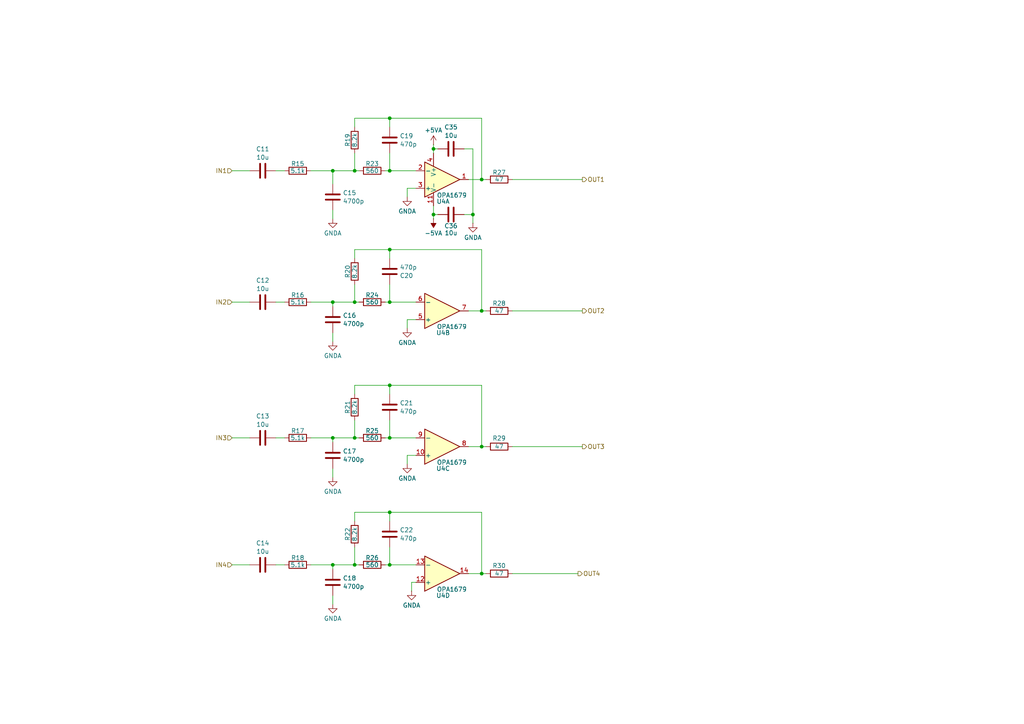
<source format=kicad_sch>
(kicad_sch (version 20250114) (generator "eeschema") (generator_version "9.0")
  (paper "A4")
  (lib_symbols
    (symbol "Amplifier_Operational:OPA1679" (pin_names (offset 0.127))
      (property "Reference" "U" (at 0 5.08 0))
      (property "Value" "OPA1679" (at 0 -5.08 0))
      (symbol "OPA1679_1_1"
        (polyline (pts (xy -5.08 5.08) (xy 5.08 0) (xy -5.08 -5.08) (xy -5.08 5.08)) (stroke (width 0.254)) (fill (type background)))
        (pin input line (at -7.62 2.54 0) (length 2.54) (name "+") (number "3"))
        (pin input line (at -7.62 -2.54 0) (length 2.54) (name "-") (number "2"))
        (pin output line (at 7.62 0 180) (length 2.54) (name "~") (number "1"))
      )
      (symbol "OPA1679_2_1"
        (polyline (pts (xy -5.08 5.08) (xy 5.08 0) (xy -5.08 -5.08) (xy -5.08 5.08)) (stroke (width 0.254)) (fill (type background)))
        (pin input line (at -7.62 2.54 0) (length 2.54) (name "+") (number "5"))
        (pin input line (at -7.62 -2.54 0) (length 2.54) (name "-") (number "6"))
        (pin output line (at 7.62 0 180) (length 2.54) (name "~") (number "7"))
      )
      (symbol "OPA1679_3_1"
        (polyline (pts (xy -5.08 5.08) (xy 5.08 0) (xy -5.08 -5.08) (xy -5.08 5.08)) (stroke (width 0.254)) (fill (type background)))
        (pin input line (at -7.62 2.54 0) (length 2.54) (name "+") (number "10"))
        (pin input line (at -7.62 -2.54 0) (length 2.54) (name "-") (number "9"))
        (pin output line (at 7.62 0 180) (length 2.54) (name "~") (number "8"))
      )
      (symbol "OPA1679_4_1"
        (polyline (pts (xy -5.08 5.08) (xy 5.08 0) (xy -5.08 -5.08) (xy -5.08 5.08)) (stroke (width 0.254)) (fill (type background)))
        (pin input line (at -7.62 2.54 0) (length 2.54) (name "+") (number "12"))
        (pin input line (at -7.62 -2.54 0) (length 2.54) (name "-") (number "13"))
        (pin output line (at 7.62 0 180) (length 2.54) (name "~") (number "14"))
      )
      (symbol "OPA1679_5_1"
        (pin power_in line (at -2.54 7.62 270) (length 3.81) (name "V+") (number "4"))
        (pin power_in line (at -2.54 -7.62 90) (length 3.81) (name "V-") (number "11"))
      )
    )
    (symbol "Device:C" (pin_numbers (hide yes)) (pin_names (offset 0.254))
      (property "Reference" "C" (at 0.635 2.54 0))
      (property "Value" "C" (at 0.635 -2.54 0))
      (symbol "C_0_1"
        (polyline (pts (xy -2.032 0.762) (xy 2.032 0.762)) (stroke (width 0.508)))
        (polyline (pts (xy -2.032 -0.762) (xy 2.032 -0.762)) (stroke (width 0.508)))
      )
      (symbol "C_1_1"
        (pin passive line (at 0 3.81 270) (length 2.794) (name "~") (number "1"))
        (pin passive line (at 0 -3.81 90) (length 2.794) (name "~") (number "2"))
      )
    )
    (symbol "Device:R" (pin_numbers (hide yes)) (pin_names (offset 0))
      (property "Reference" "R" (at 2.032 0 90))
      (property "Value" "R" (at 0 0 90))
      (symbol "R_0_1"
        (rectangle (start -1.016 -2.54) (end 1.016 2.54) (stroke (width 0.254)))
      )
      (symbol "R_1_1"
        (pin passive line (at 0 3.81 270) (length 1.27) (name "~") (number "1"))
        (pin passive line (at 0 -3.81 90) (length 1.27) (name "~") (number "2"))
      )
    )
    (symbol "power:+5VA" (power) (pin_numbers (hide yes)) (pin_names (offset 0) (hide yes))
      (property "Value" "+5VA" (at 0 3.556 0))
      (symbol "+5VA_0_1"
        (polyline (pts (xy -0.762 1.27) (xy 0 2.54)))
        (polyline (pts (xy 0 2.54) (xy 0.762 1.27)))
        (polyline (pts (xy 0 0) (xy 0 2.54)))
      )
      (symbol "+5VA_1_1"
        (pin power_in line (at 0 0 90) (length 0) (name "~") (number "1"))
      )
    )
    (symbol "power:-5VA" (power) (pin_numbers (hide yes)) (pin_names (offset 0) (hide yes))
      (property "Value" "-5VA" (at 0 3.556 0))
      (symbol "-5VA_0_0"
        (pin power_in line (at 0 0 90) (length 0) (name "~") (number "1"))
      )
      (symbol "-5VA_0_1"
        (polyline (pts (xy 0 0) (xy 0 1.27) (xy 0.762 1.27) (xy 0 2.54) (xy -0.762 1.27) (xy 0 1.27)) (fill (type outline)))
      )
    )
    (symbol "power:GNDA" (power) (pin_numbers (hide yes)) (pin_names (offset 0) (hide yes))
      (property "Value" "GNDA" (at 0 -3.81 0))
      (symbol "GNDA_0_1"
        (polyline (pts (xy 0 0) (xy 0 -1.27) (xy 1.27 -1.27) (xy 0 -2.54) (xy -1.27 -1.27) (xy 0 -1.27)))
      )
      (symbol "GNDA_1_1"
        (pin power_in line (at 0 0 270) (length 0) (name "~") (number "1"))
      )
    )
  )
  (junction (at 102.87 163.83))
  (junction (at 139.7 52.07))
  (junction (at 113.03 49.53))
  (junction (at 113.03 127))
  (junction (at 137.16 62.23))
  (junction (at 96.52 49.53))
  (junction (at 102.87 127))
  (junction (at 113.03 72.39))
  (junction (at 139.7 90.17))
  (junction (at 113.03 111.76))
  (junction (at 113.03 34.29))
  (junction (at 113.03 163.83))
  (junction (at 113.03 148.59))
  (junction (at 125.73 62.23))
  (junction (at 139.7 129.54))
  (junction (at 113.03 87.63))
  (junction (at 96.52 87.63))
  (junction (at 102.87 49.53))
  (junction (at 139.7 166.37))
  (junction (at 102.87 87.63))
  (junction (at 125.73 43.18))
  (junction (at 96.52 163.83))
  (junction (at 96.52 127))
  (wire (pts (xy 113.03 44.45) (xy 113.03 49.53)))
  (wire (pts (xy 125.73 43.18) (xy 127 43.18)))
  (wire (pts (xy 102.87 36.83) (xy 102.87 34.29)))
  (wire (pts (xy 140.97 129.54) (xy 139.7 129.54)))
  (wire (pts (xy 102.87 127) (xy 104.14 127)))
  (wire (pts (xy 118.11 54.61) (xy 118.11 57.15)))
  (wire (pts (xy 119.38 168.91) (xy 119.38 171.45)))
  (wire (pts (xy 113.03 87.63) (xy 120.65 87.63)))
  (wire (pts (xy 102.87 49.53) (xy 104.14 49.53)))
  (wire (pts (xy 102.87 87.63) (xy 104.14 87.63)))
  (wire (pts (xy 96.52 127) (xy 96.52 128.27)))
  (wire (pts (xy 102.87 82.55) (xy 102.87 87.63)))
  (wire (pts (xy 113.03 72.39) (xy 113.03 74.93)))
  (wire (pts (xy 113.03 34.29) (xy 113.03 36.83)))
  (wire (pts (xy 96.52 49.53) (xy 102.87 49.53)))
  (wire (pts (xy 125.73 59.69) (xy 125.73 62.23)))
  (wire (pts (xy 102.87 72.39) (xy 113.03 72.39)))
  (wire (pts (xy 113.03 127) (xy 120.65 127)))
  (wire (pts (xy 111.76 49.53) (xy 113.03 49.53)))
  (wire (pts (xy 102.87 111.76) (xy 113.03 111.76)))
  (wire (pts (xy 113.03 82.55) (xy 113.03 87.63)))
  (wire (pts (xy 139.7 111.76) (xy 139.7 129.54)))
  (wire (pts (xy 148.59 90.17) (xy 168.91 90.17)))
  (wire (pts (xy 80.01 127) (xy 82.55 127)))
  (wire (pts (xy 80.01 87.63) (xy 82.55 87.63)))
  (wire (pts (xy 102.87 151.13) (xy 102.87 148.59)))
  (wire (pts (xy 113.03 34.29) (xy 139.7 34.29)))
  (wire (pts (xy 139.7 166.37) (xy 135.89 166.37)))
  (wire (pts (xy 102.87 158.75) (xy 102.87 163.83)))
  (wire (pts (xy 96.52 163.83) (xy 102.87 163.83)))
  (wire (pts (xy 139.7 52.07) (xy 135.89 52.07)))
  (wire (pts (xy 113.03 121.92) (xy 113.03 127)))
  (wire (pts (xy 90.17 163.83) (xy 96.52 163.83)))
  (wire (pts (xy 96.52 87.63) (xy 96.52 88.9)))
  (wire (pts (xy 139.7 34.29) (xy 139.7 52.07)))
  (wire (pts (xy 102.87 148.59) (xy 113.03 148.59)))
  (wire (pts (xy 96.52 172.72) (xy 96.52 175.26)))
  (wire (pts (xy 139.7 72.39) (xy 139.7 90.17)))
  (wire (pts (xy 113.03 111.76) (xy 113.03 114.3)))
  (wire (pts (xy 118.11 92.71) (xy 120.65 92.71)))
  (wire (pts (xy 67.31 87.63) (xy 72.39 87.63)))
  (wire (pts (xy 96.52 60.96) (xy 96.52 63.5)))
  (wire (pts (xy 90.17 49.53) (xy 96.52 49.53)))
  (wire (pts (xy 96.52 135.89) (xy 96.52 138.43)))
  (wire (pts (xy 125.73 62.23) (xy 125.73 63.5)))
  (wire (pts (xy 148.59 129.54) (xy 168.91 129.54)))
  (wire (pts (xy 102.87 74.93) (xy 102.87 72.39)))
  (wire (pts (xy 111.76 127) (xy 113.03 127)))
  (wire (pts (xy 119.38 168.91) (xy 120.65 168.91)))
  (wire (pts (xy 67.31 127) (xy 72.39 127)))
  (wire (pts (xy 113.03 148.59) (xy 113.03 151.13)))
  (wire (pts (xy 118.11 132.08) (xy 120.65 132.08)))
  (wire (pts (xy 111.76 163.83) (xy 113.03 163.83)))
  (wire (pts (xy 96.52 87.63) (xy 102.87 87.63)))
  (wire (pts (xy 118.11 54.61) (xy 120.65 54.61)))
  (wire (pts (xy 90.17 87.63) (xy 96.52 87.63)))
  (wire (pts (xy 113.03 111.76) (xy 139.7 111.76)))
  (wire (pts (xy 140.97 90.17) (xy 139.7 90.17)))
  (wire (pts (xy 96.52 127) (xy 102.87 127)))
  (wire (pts (xy 96.52 96.52) (xy 96.52 99.06)))
  (wire (pts (xy 125.73 62.23) (xy 127 62.23)))
  (wire (pts (xy 113.03 72.39) (xy 139.7 72.39)))
  (wire (pts (xy 96.52 49.53) (xy 96.52 53.34)))
  (wire (pts (xy 111.76 87.63) (xy 113.03 87.63)))
  (wire (pts (xy 118.11 92.71) (xy 118.11 95.25)))
  (wire (pts (xy 139.7 90.17) (xy 135.89 90.17)))
  (wire (pts (xy 67.31 49.53) (xy 72.39 49.53)))
  (wire (pts (xy 134.62 62.23) (xy 137.16 62.23)))
  (wire (pts (xy 90.17 127) (xy 96.52 127)))
  (wire (pts (xy 139.7 148.59) (xy 139.7 166.37)))
  (wire (pts (xy 102.87 114.3) (xy 102.87 111.76)))
  (wire (pts (xy 125.73 43.18) (xy 125.73 44.45)))
  (wire (pts (xy 140.97 166.37) (xy 139.7 166.37)))
  (wire (pts (xy 137.16 43.18) (xy 137.16 62.23)))
  (wire (pts (xy 80.01 49.53) (xy 82.55 49.53)))
  (wire (pts (xy 113.03 49.53) (xy 120.65 49.53)))
  (wire (pts (xy 102.87 44.45) (xy 102.87 49.53)))
  (wire (pts (xy 113.03 148.59) (xy 139.7 148.59)))
  (wire (pts (xy 148.59 52.07) (xy 168.91 52.07)))
  (wire (pts (xy 102.87 34.29) (xy 113.03 34.29)))
  (wire (pts (xy 118.11 132.08) (xy 118.11 134.62)))
  (wire (pts (xy 125.73 41.91) (xy 125.73 43.18)))
  (wire (pts (xy 102.87 163.83) (xy 104.14 163.83)))
  (wire (pts (xy 148.59 166.37) (xy 167.64 166.37)))
  (wire (pts (xy 113.03 158.75) (xy 113.03 163.83)))
  (wire (pts (xy 139.7 129.54) (xy 135.89 129.54)))
  (wire (pts (xy 102.87 121.92) (xy 102.87 127)))
  (wire (pts (xy 137.16 62.23) (xy 137.16 64.77)))
  (wire (pts (xy 80.01 163.83) (xy 82.55 163.83)))
  (wire (pts (xy 140.97 52.07) (xy 139.7 52.07)))
  (wire (pts (xy 113.03 163.83) (xy 120.65 163.83)))
  (wire (pts (xy 96.52 163.83) (xy 96.52 165.1)))
  (wire (pts (xy 134.62 43.18) (xy 137.16 43.18)))
  (wire (pts (xy 67.31 163.83) (xy 72.39 163.83)))
  (hierarchical_label "IN4" (shape input) (at 67.31 163.83 180))
  (hierarchical_label "OUT4" (shape output) (at 167.64 166.37 0))
  (hierarchical_label "IN1" (shape input) (at 67.31 49.53 180))
  (hierarchical_label "OUT2" (shape output) (at 168.91 90.17 0))
  (hierarchical_label "IN2" (shape input) (at 67.31 87.63 180))
  (hierarchical_label "OUT3" (shape output) (at 168.91 129.54 0))
  (hierarchical_label "OUT1" (shape output) (at 168.91 52.07 0))
  (hierarchical_label "IN3" (shape input) (at 67.31 127 180))
  (symbol (lib_id "Device:R") (at 86.36 163.83 90) (unit 1)
    (property "Reference" "R18" (at 86.36 161.798 90))
    (property "Value" "5.1k" (at 86.36 163.83 90))
    (property "Footprint" "Resistor_SMD:R_0402_1005Metric" (effects (hide yes)))
    (property "Description" "Resistor" (effects (hide yes)))
    (property "LCSC" "C25905" (effects (hide yes)))
    (instances (project "PCM1681" (path "" (reference "R18") (unit 1)) (path "" (reference "R34") (unit 1))))
  )
  (symbol (lib_id "Device:R") (at 107.95 163.83 90) (unit 1)
    (property "Reference" "R26" (at 107.95 161.798 90))
    (property "Value" "560" (at 107.95 163.83 90))
    (property "Footprint" "Resistor_SMD:R_0603_1608Metric" (effects (hide yes)))
    (property "Description" "Resistor" (effects (hide yes)))
    (property "LCSC" "C23204" (effects (hide yes)))
    (instances (project "PCM1681" (path "" (reference "R26") (unit 1)) (path "" (reference "R42") (unit 1))))
  )
  (symbol (lib_id "Device:C") (at 76.2 127 90) (unit 1)
    (property "Reference" "C13" (at 76.2 120.6965 90))
    (property "Value" "10u" (at 76.2 123.1208 90))
    (property "Footprint" "Capacitor_SMD:C_0402_1005Metric" (effects (hide yes)))
    (property "Description" "Unpolarized capacitor" (effects (hide yes)))
    (property "LCSC" "C15525" (effects (hide yes)))
    (instances (project "PCM1681" (path "" (reference "C13") (unit 1)) (path "" (reference "C25") (unit 1))))
  )
  (symbol (lib_id "Device:C") (at 76.2 163.83 90) (unit 1)
    (property "Reference" "C14" (at 76.2 157.5265 90))
    (property "Value" "10u" (at 76.2 159.9508 90))
    (property "Footprint" "Capacitor_SMD:C_0402_1005Metric" (effects (hide yes)))
    (property "Description" "Unpolarized capacitor" (effects (hide yes)))
    (property "LCSC" "C15525" (effects (hide yes)))
    (instances (project "PCM1681" (path "" (reference "C14") (unit 1)) (path "" (reference "C26") (unit 1))))
  )
  (symbol (lib_id "Device:C") (at 113.03 40.64 0) (unit 1)
    (property "Reference" "C19" (at 115.951 39.4278 0) (effects (justify left)))
    (property "Value" "470p" (at 115.951 41.8521 0) (effects (justify left)))
    (property "Footprint" "Capacitor_SMD:C_0603_1608Metric" (effects (hide yes)))
    (property "Description" "Unpolarized capacitor" (effects (hide yes)))
    (property "LCSC" "C1620" (effects (hide yes)))
    (instances (project "PCM1681" (path "" (reference "C19") (unit 1)) (path "" (reference "C31") (unit 1))))
  )
  (symbol (lib_id "Device:C") (at 113.03 118.11 0) (unit 1)
    (property "Reference" "C21" (at 115.951 116.8978 0) (effects (justify left)))
    (property "Value" "470p" (at 115.951 119.3221 0) (effects (justify left)))
    (property "Footprint" "Capacitor_SMD:C_0603_1608Metric" (effects (hide yes)))
    (property "Description" "Unpolarized capacitor" (effects (hide yes)))
    (property "LCSC" "C1620" (effects (hide yes)))
    (instances (project "PCM1681" (path "" (reference "C21") (unit 1)) (path "" (reference "C33") (unit 1))))
  )
  (symbol (lib_id "Device:R") (at 144.78 90.17 90) (unit 1)
    (property "Reference" "R28" (at 144.78 87.9997 90))
    (property "Value" "47" (at 144.78 90.17 90))
    (property "Footprint" "Resistor_SMD:R_0603_1608Metric" (effects (hide yes)))
    (property "Description" "Resistor" (effects (hide yes)))
    (property "LCSC" "C23182" (effects (hide yes)))
    (instances (project "PCM1681" (path "" (reference "R28") (unit 1)) (path "" (reference "R44") (unit 1))))
  )
  (symbol (lib_id "Device:R") (at 144.78 129.54 90) (unit 1)
    (property "Reference" "R29" (at 144.78 127.1157 90))
    (property "Value" "47" (at 144.78 129.54 90))
    (property "Footprint" "Resistor_SMD:R_0603_1608Metric" (effects (hide yes)))
    (property "Description" "Resistor" (effects (hide yes)))
    (property "LCSC" "C23182" (effects (hide yes)))
    (instances (project "PCM1681" (path "" (reference "R29") (unit 1)) (path "" (reference "R45") (unit 1))))
  )
  (symbol (lib_id "Device:C") (at 130.81 62.23 90) (unit 1)
    (property "Reference" "C36" (at 130.81 65.532 90))
    (property "Value" "10u" (at 130.81 67.564 90))
    (property "Footprint" "Capacitor_SMD:C_0402_1005Metric" (effects (hide yes)))
    (property "Description" "Unpolarized capacitor" (effects (hide yes)))
    (property "LCSC" "C15525" (effects (hide yes)))
    (instances (project "PCM1681" (path "" (reference "C36") (unit 1)) (path "" (reference "C38") (unit 1))))
  )
  (symbol (lib_id "Device:C") (at 130.81 43.18 90) (unit 1)
    (property "Reference" "C35" (at 130.81 36.8765 90))
    (property "Value" "10u" (at 130.81 39.3008 90))
    (property "Footprint" "Capacitor_SMD:C_0402_1005Metric" (effects (hide yes)))
    (property "Description" "Unpolarized capacitor" (effects (hide yes)))
    (property "LCSC" "C15525" (effects (hide yes)))
    (instances (project "PCM1681" (path "" (reference "C35") (unit 1)) (path "" (reference "C37") (unit 1))))
  )
  (symbol (lib_id "Device:R") (at 102.87 78.74 180) (unit 1)
    (property "Reference" "R20" (at 100.838 78.74 90))
    (property "Value" "8.2k" (at 102.87 78.74 90))
    (property "Footprint" "Resistor_SMD:R_0603_1608Metric" (effects (hide yes)))
    (property "Description" "Resistor" (effects (hide yes)))
    (property "LCSC" "C25981" (effects (hide yes)))
    (instances (project "PCM1681" (path "" (reference "R20") (unit 1)) (path "" (reference "R36") (unit 1))))
  )
  (symbol (lib_id "power:GNDA") (at 96.52 63.5 0) (unit 1)
    (property "Reference" "#PWR026" (effects (hide yes)))
    (property "Value" "GNDA" (at 96.52 67.6331 0))
    (property "Description" "Power symbol creates a global label with name \"GNDA\" , analog ground" (effects (hide yes)))
    (instances (project "" (path "" (reference "#PWR026") (unit 1)) (path "" (reference "#PWR036") (unit 1))))
  )
  (symbol (lib_id "Device:R") (at 107.95 87.63 90) (unit 1)
    (property "Reference" "R24" (at 107.95 85.598 90))
    (property "Value" "560" (at 107.95 87.63 90))
    (property "Footprint" "Resistor_SMD:R_0603_1608Metric" (effects (hide yes)))
    (property "Description" "Resistor" (effects (hide yes)))
    (property "LCSC" "C23204" (effects (hide yes)))
    (instances (project "PCM1681" (path "" (reference "R24") (unit 1)) (path "" (reference "R40") (unit 1))))
  )
  (symbol (lib_id "power:+5VA") (at 125.73 41.91 0) (unit 1)
    (property "Reference" "#PWR034" (effects (hide yes)))
    (property "Value" "+5VA" (at 125.73 37.7769 0))
    (property "Description" "Power symbol creates a global label with name \"+5VA\"" (effects (hide yes)))
    (instances (project "PCM1681" (path "" (reference "#PWR034") (unit 1)) (path "" (reference "#PWR044") (unit 1))))
  )
  (symbol (lib_id "Device:R") (at 144.78 52.07 90) (unit 1)
    (property "Reference" "R27" (at 144.78 50.038 90))
    (property "Value" "47" (at 144.78 52.07 90))
    (property "Footprint" "Resistor_SMD:R_0603_1608Metric" (effects (hide yes)))
    (property "Description" "Resistor" (effects (hide yes)))
    (property "LCSC" "C23182" (effects (hide yes)))
    (instances (project "PCM1681" (path "" (reference "R27") (unit 1)) (path "" (reference "R43") (unit 1))))
  )
  (symbol (lib_id "Device:C") (at 113.03 78.74 0) (mirror x) (unit 1)
    (property "Reference" "C20" (at 115.951 79.9522 0) (effects (justify left)))
    (property "Value" "470p" (at 115.951 77.5279 0) (effects (justify left)))
    (property "Footprint" "Capacitor_SMD:C_0603_1608Metric" (effects (hide yes)))
    (property "Description" "Unpolarized capacitor" (effects (hide yes)))
    (property "LCSC" "C1620" (effects (hide yes)))
    (instances (project "PCM1681" (path "" (reference "C20") (unit 1)) (path "" (reference "C32") (unit 1))))
  )
  (symbol (lib_id "Device:C") (at 96.52 168.91 0) (unit 1)
    (property "Reference" "C18" (at 99.441 167.6978 0) (effects (justify left)))
    (property "Value" "4700p" (at 99.441 170.1221 0) (effects (justify left)))
    (property "Footprint" "Capacitor_SMD:C_0402_1005Metric" (effects (hide yes)))
    (property "Description" "Unpolarized capacitor" (effects (hide yes)))
    (property "LCSC" "C1538" (effects (hide yes)))
    (instances (project "PCM1681" (path "" (reference "C18") (unit 1)) (path "" (reference "C30") (unit 1))))
  )
  (symbol (lib_id "power:GNDA") (at 118.11 57.15 0) (unit 1)
    (property "Reference" "#PWR030" (effects (hide yes)))
    (property "Value" "GNDA" (at 118.11 61.2831 0))
    (property "Description" "Power symbol creates a global label with name \"GNDA\" , analog ground" (effects (hide yes)))
    (instances (project "PCM1681" (path "" (reference "#PWR030") (unit 1)) (path "" (reference "#PWR040") (unit 1))))
  )
  (symbol (lib_id "power:-5VA") (at 125.73 63.5 180) (unit 1)
    (property "Reference" "#PWR035" (effects (hide yes)))
    (property "Value" "-5VA" (at 125.73 67.6331 0))
    (property "Description" "Power symbol creates a global label with name \"-5VA\"" (effects (hide yes)))
    (instances (project "" (path "" (reference "#PWR035") (unit 1)) (path "" (reference "#PWR045") (unit 1))))
  )
  (symbol (lib_id "Device:R") (at 86.36 127 90) (unit 1)
    (property "Reference" "R17" (at 86.36 124.968 90))
    (property "Value" "5.1k" (at 86.36 127 90))
    (property "Footprint" "Resistor_SMD:R_0402_1005Metric" (effects (hide yes)))
    (property "Description" "Resistor" (effects (hide yes)))
    (property "LCSC" "C25905" (effects (hide yes)))
    (instances (project "PCM1681" (path "" (reference "R17") (unit 1)) (path "" (reference "R33") (unit 1))))
  )
  (symbol (lib_id "Device:R") (at 102.87 154.94 180) (unit 1)
    (property "Reference" "R22" (at 100.838 154.94 90))
    (property "Value" "8.2k" (at 102.87 154.94 90))
    (property "Footprint" "Resistor_SMD:R_0603_1608Metric" (effects (hide yes)))
    (property "Description" "Resistor" (effects (hide yes)))
    (property "LCSC" "C25981" (effects (hide yes)))
    (instances (project "PCM1681" (path "" (reference "R22") (unit 1)) (path "" (reference "R38") (unit 1))))
  )
  (symbol (lib_id "power:GNDA") (at 96.52 138.43 0) (unit 1)
    (property "Reference" "#PWR028" (effects (hide yes)))
    (property "Value" "GNDA" (at 96.52 142.5631 0))
    (property "Description" "Power symbol creates a global label with name \"GNDA\" , analog ground" (effects (hide yes)))
    (instances (project "PCM1681" (path "" (reference "#PWR028") (unit 1)) (path "" (reference "#PWR038") (unit 1))))
  )
  (symbol (lib_id "Device:C") (at 96.52 92.71 0) (unit 1)
    (property "Reference" "C16" (at 99.441 91.4978 0) (effects (justify left)))
    (property "Value" "4700p" (at 99.441 93.9221 0) (effects (justify left)))
    (property "Footprint" "Capacitor_SMD:C_0402_1005Metric" (effects (hide yes)))
    (property "Description" "Unpolarized capacitor" (effects (hide yes)))
    (property "LCSC" "C1538" (effects (hide yes)))
    (instances (project "PCM1681" (path "" (reference "C16") (unit 1)) (path "" (reference "C28") (unit 1))))
  )
  (symbol (lib_id "power:GNDA") (at 96.52 175.26 0) (unit 1)
    (property "Reference" "#PWR029" (effects (hide yes)))
    (property "Value" "GNDA" (at 96.52 179.3931 0))
    (property "Description" "Power symbol creates a global label with name \"GNDA\" , analog ground" (effects (hide yes)))
    (instances (project "PCM1681" (path "" (reference "#PWR029") (unit 1)) (path "" (reference "#PWR039") (unit 1))))
  )
  (symbol (lib_id "Device:R") (at 144.78 166.37 90) (unit 1)
    (property "Reference" "R30" (at 144.78 164.084 90))
    (property "Value" "47" (at 144.78 166.37 90))
    (property "Footprint" "Resistor_SMD:R_0603_1608Metric" (effects (hide yes)))
    (property "Description" "Resistor" (effects (hide yes)))
    (property "LCSC" "C23182" (effects (hide yes)))
    (instances (project "PCM1681" (path "" (reference "R30") (unit 1)) (path "" (reference "R46") (unit 1))))
  )
  (symbol (lib_id "power:GNDA") (at 118.11 95.25 0) (unit 1)
    (property "Reference" "#PWR031" (effects (hide yes)))
    (property "Value" "GNDA" (at 118.11 99.3831 0))
    (property "Description" "Power symbol creates a global label with name \"GNDA\" , analog ground" (effects (hide yes)))
    (instances (project "PCM1681" (path "" (reference "#PWR031") (unit 1)) (path "" (reference "#PWR041") (unit 1))))
  )
  (symbol (lib_id "Device:R") (at 107.95 49.53 90) (unit 1)
    (property "Reference" "R23" (at 107.95 47.498 90))
    (property "Value" "560" (at 107.95 49.53 90))
    (property "Footprint" "Resistor_SMD:R_0603_1608Metric" (effects (hide yes)))
    (property "Description" "Resistor" (effects (hide yes)))
    (property "LCSC" "C23204" (effects (hide yes)))
    (instances (project "PCM1681" (path "" (reference "R23") (unit 1)) (path "" (reference "R39") (unit 1))))
  )
  (symbol (lib_id "Device:C") (at 76.2 87.63 90) (unit 1)
    (property "Reference" "C12" (at 76.2 81.3265 90))
    (property "Value" "10u" (at 76.2 83.7508 90))
    (property "Footprint" "Capacitor_SMD:C_0402_1005Metric" (effects (hide yes)))
    (property "Description" "Unpolarized capacitor" (effects (hide yes)))
    (property "LCSC" "C15525" (effects (hide yes)))
    (instances (project "PCM1681" (path "" (reference "C12") (unit 1)) (path "" (reference "C24") (unit 1))))
  )
  (symbol (lib_id "power:GNDA") (at 118.11 134.62 0) (unit 1)
    (property "Reference" "#PWR032" (effects (hide yes)))
    (property "Value" "GNDA" (at 118.11 138.7531 0))
    (property "Description" "Power symbol creates a global label with name \"GNDA\" , analog ground" (effects (hide yes)))
    (instances (project "PCM1681" (path "" (reference "#PWR032") (unit 1)) (path "" (reference "#PWR042") (unit 1))))
  )
  (symbol (lib_id "Amplifier_Operational:OPA1679") (at 128.27 166.37 0) (mirror x) (unit 4)
    (property "Reference" "U4" (at 128.524 172.72 0))
    (property "Value" "OPA1679" (at 131.064 170.942 0))
    (property "Footprint" "Package_DFN_QFN:QFN-16-1EP_4x4mm_P0.65mm_EP2.1x2.1mm" (effects (hide yes)))
    (property "Datasheet" "http://www.ti.com/lit/ds/symlink/opa1678.pdf" (effects (hide yes)))
    (property "Description" "Low-Distortion Audio Operational Amplifiers, SOIC-14/TSSOP-14" (effects (hide yes)))
    (property "LCSC" "C1849432" (effects (hide yes)))
    (instances (project "PCM1681" (path "" (reference "U4") (unit 4)) (path "" (reference "U5") (unit 4))))
  )
  (symbol (lib_id "power:GNDA") (at 137.16 64.77 0) (unit 1)
    (property "Reference" "#PWR047" (effects (hide yes)))
    (property "Value" "GNDA" (at 137.16 68.9031 0))
    (property "Description" "Power symbol creates a global label with name \"GNDA\" , analog ground" (effects (hide yes)))
    (instances (project "PCM1681" (path "" (reference "#PWR047") (unit 1)) (path "" (reference "#PWR048") (unit 1))))
  )
  (symbol (lib_id "Device:R") (at 86.36 49.53 90) (unit 1)
    (property "Reference" "R15" (at 86.36 47.498 90))
    (property "Value" "5.1k" (at 86.36 49.53 90))
    (property "Footprint" "Resistor_SMD:R_0402_1005Metric" (effects (hide yes)))
    (property "Description" "Resistor" (effects (hide yes)))
    (property "LCSC" "C25905" (effects (hide yes)))
    (instances (project "" (path "" (reference "R15") (unit 1)) (path "" (reference "R31") (unit 1))))
  )
  (symbol (lib_id "Amplifier_Operational:OPA1679") (at 128.27 90.17 0) (mirror x) (unit 2)
    (property "Reference" "U4" (at 128.524 96.52 0))
    (property "Value" "OPA1679" (at 131.064 94.742 0))
    (property "Footprint" "Package_DFN_QFN:QFN-16-1EP_4x4mm_P0.65mm_EP2.1x2.1mm" (effects (hide yes)))
    (property "Datasheet" "http://www.ti.com/lit/ds/symlink/opa1678.pdf" (effects (hide yes)))
    (property "Description" "Low-Distortion Audio Operational Amplifiers, SOIC-14/TSSOP-14" (effects (hide yes)))
    (property "LCSC" "C1849432" (effects (hide yes)))
    (instances (project "PCM1681" (path "" (reference "U4") (unit 2)) (path "" (reference "U5") (unit 2))))
  )
  (symbol (lib_id "Device:R") (at 102.87 40.64 180) (unit 1)
    (property "Reference" "R19" (at 100.838 40.64 90))
    (property "Value" "8.2k" (at 102.87 40.64 90))
    (property "Footprint" "Resistor_SMD:R_0603_1608Metric" (effects (hide yes)))
    (property "Description" "Resistor" (effects (hide yes)))
    (property "LCSC" "C25981" (effects (hide yes)))
    (instances (project "PCM1681" (path "" (reference "R19") (unit 1)) (path "" (reference "R35") (unit 1))))
  )
  (symbol (lib_id "power:GNDA") (at 96.52 99.06 0) (unit 1)
    (property "Reference" "#PWR027" (effects (hide yes)))
    (property "Value" "GNDA" (at 96.52 103.1931 0))
    (property "Description" "Power symbol creates a global label with name \"GNDA\" , analog ground" (effects (hide yes)))
    (instances (project "PCM1681" (path "" (reference "#PWR027") (unit 1)) (path "" (reference "#PWR037") (unit 1))))
  )
  (symbol (lib_id "Amplifier_Operational:OPA1679") (at 128.27 52.07 0) (mirror x) (unit 1)
    (property "Reference" "U4" (at 128.524 58.42 0))
    (property "Value" "OPA1679" (at 131.064 56.642 0))
    (property "Footprint" "Package_DFN_QFN:QFN-16-1EP_4x4mm_P0.65mm_EP2.1x2.1mm" (effects (hide yes)))
    (property "Datasheet" "http://www.ti.com/lit/ds/symlink/opa1678.pdf" (effects (hide yes)))
    (property "Description" "Low-Distortion Audio Operational Amplifiers, SOIC-14/TSSOP-14" (effects (hide yes)))
    (property "LCSC" "C1849432" (effects (hide yes)))
    (instances (project "" (path "" (reference "U4") (unit 1)) (path "" (reference "U5") (unit 1))))
  )
  (symbol (lib_id "Amplifier_Operational:OPA1679") (at 128.27 52.07 0) (unit 5)
    (property "Reference" "U4" (effects (hide yes)))
    (property "Value" "OPA1679" (effects (hide yes)))
    (property "Footprint" "Package_DFN_QFN:QFN-16-1EP_4x4mm_P0.65mm_EP2.1x2.1mm" (effects (hide yes)))
    (property "Datasheet" "http://www.ti.com/lit/ds/symlink/opa1678.pdf" (effects (hide yes)))
    (property "Description" "Low-Distortion Audio Operational Amplifiers, SOIC-14/TSSOP-14" (effects (hide yes)))
    (property "LCSC" "C1849432" (effects (hide yes)))
    (instances (project "" (path "" (reference "U4") (unit 5)) (path "" (reference "U5") (unit 5))))
  )
  (symbol (lib_id "Device:R") (at 86.36 87.63 90) (unit 1)
    (property "Reference" "R16" (at 86.36 85.598 90))
    (property "Value" "5.1k" (at 86.36 87.63 90))
    (property "Footprint" "Resistor_SMD:R_0402_1005Metric" (effects (hide yes)))
    (property "Description" "Resistor" (effects (hide yes)))
    (property "LCSC" "C25905" (effects (hide yes)))
    (instances (project "PCM1681" (path "" (reference "R16") (unit 1)) (path "" (reference "R32") (unit 1))))
  )
  (symbol (lib_id "power:GNDA") (at 119.38 171.45 0) (unit 1)
    (property "Reference" "#PWR033" (effects (hide yes)))
    (property "Value" "GNDA" (at 119.38 175.5831 0))
    (property "Description" "Power symbol creates a global label with name \"GNDA\" , analog ground" (effects (hide yes)))
    (instances (project "PCM1681" (path "" (reference "#PWR033") (unit 1)) (path "" (reference "#PWR043") (unit 1))))
  )
  (symbol (lib_id "Device:R") (at 107.95 127 90) (unit 1)
    (property "Reference" "R25" (at 107.95 124.968 90))
    (property "Value" "560" (at 107.95 127 90))
    (property "Footprint" "Resistor_SMD:R_0603_1608Metric" (effects (hide yes)))
    (property "Description" "Resistor" (effects (hide yes)))
    (property "LCSC" "C23204" (effects (hide yes)))
    (instances (project "PCM1681" (path "" (reference "R25") (unit 1)) (path "" (reference "R41") (unit 1))))
  )
  (symbol (lib_id "Device:C") (at 113.03 154.94 0) (unit 1)
    (property "Reference" "C22" (at 115.951 153.7278 0) (effects (justify left)))
    (property "Value" "470p" (at 115.951 156.1521 0) (effects (justify left)))
    (property "Footprint" "Capacitor_SMD:C_0603_1608Metric" (effects (hide yes)))
    (property "Description" "Unpolarized capacitor" (effects (hide yes)))
    (property "LCSC" "C1620" (effects (hide yes)))
    (instances (project "PCM1681" (path "" (reference "C22") (unit 1)) (path "" (reference "C34") (unit 1))))
  )
  (symbol (lib_id "Device:C") (at 76.2 49.53 90) (unit 1)
    (property "Reference" "C11" (at 76.2 43.2265 90))
    (property "Value" "10u" (at 76.2 45.6508 90))
    (property "Footprint" "Capacitor_SMD:C_0402_1005Metric" (effects (hide yes)))
    (property "Description" "Unpolarized capacitor" (effects (hide yes)))
    (property "LCSC" "C15525" (effects (hide yes)))
    (instances (project "PCM1681" (path "" (reference "C11") (unit 1)) (path "" (reference "C23") (unit 1))))
  )
  (symbol (lib_id "Device:R") (at 102.87 118.11 180) (unit 1)
    (property "Reference" "R21" (at 100.838 118.11 90))
    (property "Value" "8.2k" (at 102.87 118.11 90))
    (property "Footprint" "Resistor_SMD:R_0603_1608Metric" (effects (hide yes)))
    (property "Description" "Resistor" (effects (hide yes)))
    (property "LCSC" "C25981" (effects (hide yes)))
    (instances (project "PCM1681" (path "" (reference "R21") (unit 1)) (path "" (reference "R37") (unit 1))))
  )
  (symbol (lib_id "Device:C") (at 96.52 132.08 0) (unit 1)
    (property "Reference" "C17" (at 99.441 130.8678 0) (effects (justify left)))
    (property "Value" "4700p" (at 99.441 133.2921 0) (effects (justify left)))
    (property "Footprint" "Capacitor_SMD:C_0402_1005Metric" (effects (hide yes)))
    (property "Description" "Unpolarized capacitor" (effects (hide yes)))
    (property "LCSC" "C1538" (effects (hide yes)))
    (instances (project "PCM1681" (path "" (reference "C17") (unit 1)) (path "" (reference "C29") (unit 1))))
  )
  (symbol (lib_id "Amplifier_Operational:OPA1679") (at 128.27 129.54 0) (mirror x) (unit 3)
    (property "Reference" "U4" (at 128.524 135.89 0))
    (property "Value" "OPA1679" (at 131.064 134.112 0))
    (property "Footprint" "Package_DFN_QFN:QFN-16-1EP_4x4mm_P0.65mm_EP2.1x2.1mm" (effects (hide yes)))
    (property "Datasheet" "http://www.ti.com/lit/ds/symlink/opa1678.pdf" (effects (hide yes)))
    (property "Description" "Low-Distortion Audio Operational Amplifiers, SOIC-14/TSSOP-14" (effects (hide yes)))
    (property "LCSC" "C1849432" (effects (hide yes)))
    (instances (project "PCM1681" (path "" (reference "U4") (unit 3)) (path "" (reference "U5") (unit 3))))
  )
  (symbol (lib_id "Device:C") (at 96.52 57.15 0) (unit 1)
    (property "Reference" "C15" (at 99.441 55.9378 0) (effects (justify left)))
    (property "Value" "4700p" (at 99.441 58.3621 0) (effects (justify left)))
    (property "Footprint" "Capacitor_SMD:C_0402_1005Metric" (effects (hide yes)))
    (property "Description" "Unpolarized capacitor" (effects (hide yes)))
    (property "LCSC" "C1538" (effects (hide yes)))
    (instances (project "" (path "" (reference "C15") (unit 1)) (path "" (reference "C27") (unit 1))))
  )
)
</source>
